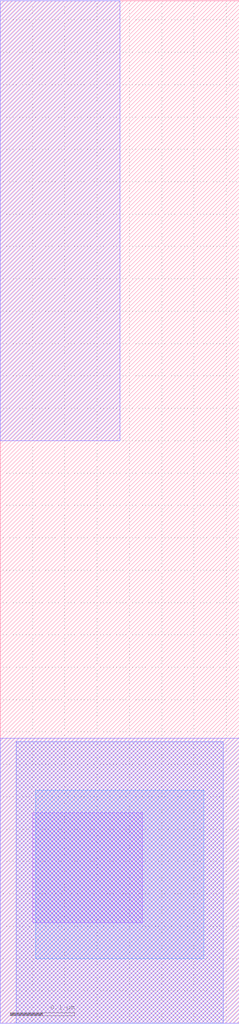
<source format=lef>
# Copyright 2020 The SkyWater PDK Authors
#
# Licensed under the Apache License, Version 2.0 (the "License");
# you may not use this file except in compliance with the License.
# You may obtain a copy of the License at
#
#     https://www.apache.org/licenses/LICENSE-2.0
#
# Unless required by applicable law or agreed to in writing, software
# distributed under the License is distributed on an "AS IS" BASIS,
# WITHOUT WARRANTIES OR CONDITIONS OF ANY KIND, either express or implied.
# See the License for the specific language governing permissions and
# limitations under the License.
#
# SPDX-License-Identifier: Apache-2.0

VERSION 5.7 ;
  NOWIREEXTENSIONATPIN ON ;
  DIVIDERCHAR "/" ;
  BUSBITCHARS "[]" ;
MACRO sky130_fd_bd_sram__sram_dp_swldrv_strap2
  CLASS BLOCK ;
  FOREIGN sky130_fd_bd_sram__sram_dp_swldrv_strap2 ;
  ORIGIN  0.000000  0.000000 ;
  SIZE  0.370000 BY  1.580000 ;
  OBS
    LAYER li1 ;
      RECT 0.050000 0.155000 0.220000 0.325000 ;
    LAYER met1 ;
      RECT 0.000000 0.000000 0.370000 0.440000 ;
      RECT 0.000000 0.900000 0.185000 1.580000 ;
    LAYER met2 ;
      RECT 0.025000 0.000000 0.345000 0.435000 ;
    LAYER via ;
      RECT 0.055000 0.100000 0.315000 0.360000 ;
  END
END sky130_fd_bd_sram__sram_dp_swldrv_strap2
END LIBRARY

</source>
